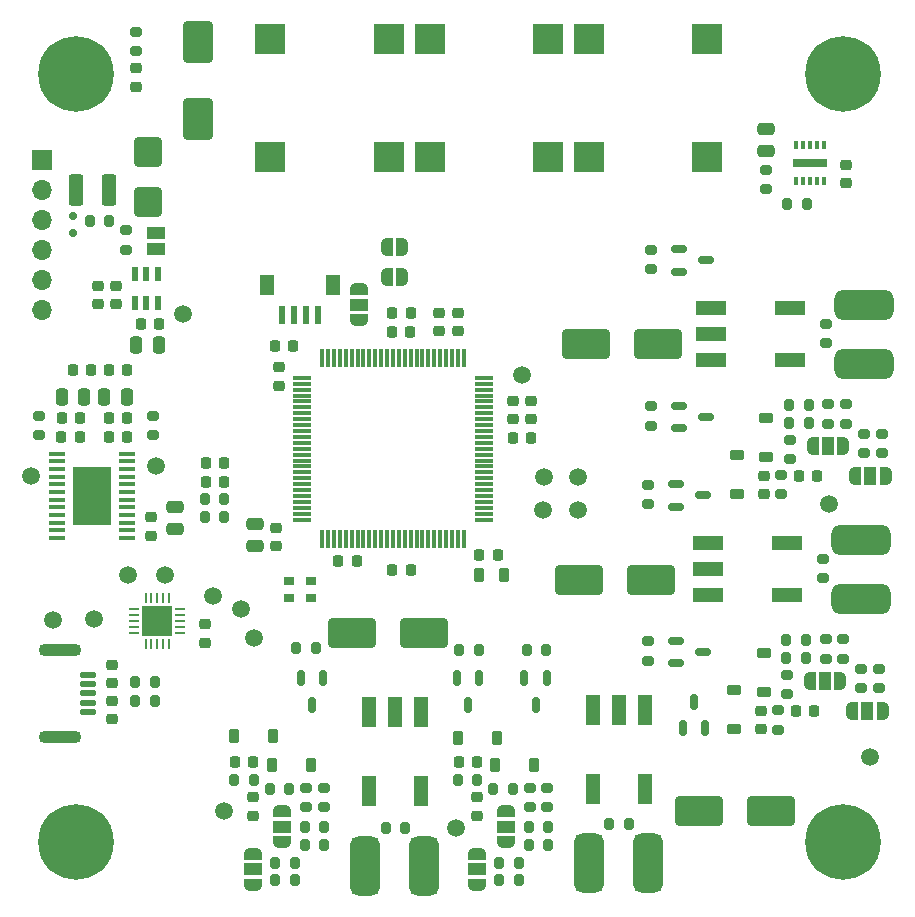
<source format=gbr>
%TF.GenerationSoftware,KiCad,Pcbnew,8.0.3*%
%TF.CreationDate,2024-09-23T16:56:09+02:00*%
%TF.ProjectId,USAN_r0,5553414e-5f72-4302-9e6b-696361645f70,rev?*%
%TF.SameCoordinates,Original*%
%TF.FileFunction,Soldermask,Top*%
%TF.FilePolarity,Negative*%
%FSLAX46Y46*%
G04 Gerber Fmt 4.6, Leading zero omitted, Abs format (unit mm)*
G04 Created by KiCad (PCBNEW 8.0.3) date 2024-09-23 16:56:09*
%MOMM*%
%LPD*%
G01*
G04 APERTURE LIST*
G04 Aperture macros list*
%AMRoundRect*
0 Rectangle with rounded corners*
0 $1 Rounding radius*
0 $2 $3 $4 $5 $6 $7 $8 $9 X,Y pos of 4 corners*
0 Add a 4 corners polygon primitive as box body*
4,1,4,$2,$3,$4,$5,$6,$7,$8,$9,$2,$3,0*
0 Add four circle primitives for the rounded corners*
1,1,$1+$1,$2,$3*
1,1,$1+$1,$4,$5*
1,1,$1+$1,$6,$7*
1,1,$1+$1,$8,$9*
0 Add four rect primitives between the rounded corners*
20,1,$1+$1,$2,$3,$4,$5,0*
20,1,$1+$1,$4,$5,$6,$7,0*
20,1,$1+$1,$6,$7,$8,$9,0*
20,1,$1+$1,$8,$9,$2,$3,0*%
%AMFreePoly0*
4,1,19,0.550000,-0.750000,0.000000,-0.750000,0.000000,-0.744911,-0.071157,-0.744911,-0.207708,-0.704816,-0.327430,-0.627875,-0.420627,-0.520320,-0.479746,-0.390866,-0.500000,-0.250000,-0.500000,0.250000,-0.479746,0.390866,-0.420627,0.520320,-0.327430,0.627875,-0.207708,0.704816,-0.071157,0.744911,0.000000,0.744911,0.000000,0.750000,0.550000,0.750000,0.550000,-0.750000,0.550000,-0.750000,
$1*%
%AMFreePoly1*
4,1,19,0.000000,0.744911,0.071157,0.744911,0.207708,0.704816,0.327430,0.627875,0.420627,0.520320,0.479746,0.390866,0.500000,0.250000,0.500000,-0.250000,0.479746,-0.390866,0.420627,-0.520320,0.327430,-0.627875,0.207708,-0.704816,0.071157,-0.744911,0.000000,-0.744911,0.000000,-0.750000,-0.550000,-0.750000,-0.550000,0.750000,0.000000,0.750000,0.000000,0.744911,0.000000,0.744911,
$1*%
%AMFreePoly2*
4,1,19,0.500000,-0.750000,0.000000,-0.750000,0.000000,-0.744911,-0.071157,-0.744911,-0.207708,-0.704816,-0.327430,-0.627875,-0.420627,-0.520320,-0.479746,-0.390866,-0.500000,-0.250000,-0.500000,0.250000,-0.479746,0.390866,-0.420627,0.520320,-0.327430,0.627875,-0.207708,0.704816,-0.071157,0.744911,0.000000,0.744911,0.000000,0.750000,0.500000,0.750000,0.500000,-0.750000,0.500000,-0.750000,
$1*%
%AMFreePoly3*
4,1,19,0.000000,0.744911,0.071157,0.744911,0.207708,0.704816,0.327430,0.627875,0.420627,0.520320,0.479746,0.390866,0.500000,0.250000,0.500000,-0.250000,0.479746,-0.390866,0.420627,-0.520320,0.327430,-0.627875,0.207708,-0.704816,0.071157,-0.744911,0.000000,-0.744911,0.000000,-0.750000,-0.500000,-0.750000,-0.500000,0.750000,0.000000,0.750000,0.000000,0.744911,0.000000,0.744911,
$1*%
G04 Aperture macros list end*
%ADD10R,2.500000X2.500000*%
%ADD11R,0.400000X0.700000*%
%ADD12R,3.000000X0.800000*%
%ADD13RoundRect,0.225000X0.225000X0.250000X-0.225000X0.250000X-0.225000X-0.250000X0.225000X-0.250000X0*%
%ADD14RoundRect,0.150000X0.200000X-0.150000X0.200000X0.150000X-0.200000X0.150000X-0.200000X-0.150000X0*%
%ADD15RoundRect,0.150000X-0.150000X0.512500X-0.150000X-0.512500X0.150000X-0.512500X0.150000X0.512500X0*%
%ADD16RoundRect,0.200000X0.275000X-0.200000X0.275000X0.200000X-0.275000X0.200000X-0.275000X-0.200000X0*%
%ADD17C,1.500000*%
%ADD18RoundRect,0.200000X-0.200000X-0.275000X0.200000X-0.275000X0.200000X0.275000X-0.200000X0.275000X0*%
%ADD19RoundRect,0.225000X-0.225000X-0.250000X0.225000X-0.250000X0.225000X0.250000X-0.225000X0.250000X0*%
%ADD20RoundRect,0.225000X-0.250000X0.225000X-0.250000X-0.225000X0.250000X-0.225000X0.250000X0.225000X0*%
%ADD21RoundRect,0.200000X-0.275000X0.200000X-0.275000X-0.200000X0.275000X-0.200000X0.275000X0.200000X0*%
%ADD22R,1.200000X2.500000*%
%ADD23RoundRect,0.218750X-0.256250X0.218750X-0.256250X-0.218750X0.256250X-0.218750X0.256250X0.218750X0*%
%ADD24RoundRect,0.250000X-0.475000X0.250000X-0.475000X-0.250000X0.475000X-0.250000X0.475000X0.250000X0*%
%ADD25RoundRect,0.225000X-0.225000X-0.375000X0.225000X-0.375000X0.225000X0.375000X-0.225000X0.375000X0*%
%ADD26RoundRect,0.625000X-1.875000X0.625000X-1.875000X-0.625000X1.875000X-0.625000X1.875000X0.625000X0*%
%ADD27R,2.500000X1.200000*%
%ADD28RoundRect,0.225000X0.250000X-0.225000X0.250000X0.225000X-0.250000X0.225000X-0.250000X-0.225000X0*%
%ADD29RoundRect,0.250000X1.750000X1.000000X-1.750000X1.000000X-1.750000X-1.000000X1.750000X-1.000000X0*%
%ADD30RoundRect,0.250000X-1.750000X-1.000000X1.750000X-1.000000X1.750000X1.000000X-1.750000X1.000000X0*%
%ADD31RoundRect,0.218750X-0.218750X-0.256250X0.218750X-0.256250X0.218750X0.256250X-0.218750X0.256250X0*%
%ADD32FreePoly0,90.000000*%
%ADD33R,1.500000X1.000000*%
%ADD34FreePoly1,90.000000*%
%ADD35RoundRect,0.150000X-0.512500X-0.150000X0.512500X-0.150000X0.512500X0.150000X-0.512500X0.150000X0*%
%ADD36RoundRect,0.200000X0.200000X0.275000X-0.200000X0.275000X-0.200000X-0.275000X0.200000X-0.275000X0*%
%ADD37RoundRect,0.225000X0.375000X-0.225000X0.375000X0.225000X-0.375000X0.225000X-0.375000X-0.225000X0*%
%ADD38RoundRect,0.218750X0.218750X0.381250X-0.218750X0.381250X-0.218750X-0.381250X0.218750X-0.381250X0*%
%ADD39FreePoly0,270.000000*%
%ADD40FreePoly1,270.000000*%
%ADD41C,0.800000*%
%ADD42C,6.400000*%
%ADD43RoundRect,0.125000X-0.575000X0.125000X-0.575000X-0.125000X0.575000X-0.125000X0.575000X0.125000X0*%
%ADD44O,3.600000X1.100000*%
%ADD45R,1.700000X1.700000*%
%ADD46O,1.700000X1.700000*%
%ADD47RoundRect,0.250000X-1.000000X1.500000X-1.000000X-1.500000X1.000000X-1.500000X1.000000X1.500000X0*%
%ADD48RoundRect,0.250000X0.250000X0.475000X-0.250000X0.475000X-0.250000X-0.475000X0.250000X-0.475000X0*%
%ADD49FreePoly0,180.000000*%
%ADD50R,1.000000X1.500000*%
%ADD51FreePoly1,180.000000*%
%ADD52R,0.600000X1.200000*%
%ADD53RoundRect,0.625000X0.625000X1.875000X-0.625000X1.875000X-0.625000X-1.875000X0.625000X-1.875000X0*%
%ADD54RoundRect,0.150000X0.150000X-0.512500X0.150000X0.512500X-0.150000X0.512500X-0.150000X-0.512500X0*%
%ADD55RoundRect,0.250000X-0.250000X-0.475000X0.250000X-0.475000X0.250000X0.475000X-0.250000X0.475000X0*%
%ADD56FreePoly0,0.000000*%
%ADD57FreePoly1,0.000000*%
%ADD58FreePoly2,0.000000*%
%ADD59FreePoly3,0.000000*%
%ADD60RoundRect,0.250000X0.475000X-0.250000X0.475000X0.250000X-0.475000X0.250000X-0.475000X-0.250000X0*%
%ADD61R,1.475000X0.450000*%
%ADD62R,3.250000X5.020000*%
%ADD63R,0.900000X0.800000*%
%ADD64R,0.600000X1.550000*%
%ADD65R,1.200000X1.800000*%
%ADD66RoundRect,0.062500X-0.350000X-0.062500X0.350000X-0.062500X0.350000X0.062500X-0.350000X0.062500X0*%
%ADD67RoundRect,0.062500X-0.062500X-0.350000X0.062500X-0.350000X0.062500X0.350000X-0.062500X0.350000X0*%
%ADD68RoundRect,0.250000X-0.900000X1.000000X-0.900000X-1.000000X0.900000X-1.000000X0.900000X1.000000X0*%
%ADD69RoundRect,0.075000X0.075000X-0.725000X0.075000X0.725000X-0.075000X0.725000X-0.075000X-0.725000X0*%
%ADD70RoundRect,0.075000X0.725000X-0.075000X0.725000X0.075000X-0.725000X0.075000X-0.725000X-0.075000X0*%
%ADD71RoundRect,0.250000X-0.375000X-1.075000X0.375000X-1.075000X0.375000X1.075000X-0.375000X1.075000X0*%
G04 APERTURE END LIST*
D10*
%TO.C,V3*%
X98500000Y-52000000D03*
X98500000Y-62000000D03*
X108500000Y-62000000D03*
X108500000Y-52000000D03*
%TD*%
D11*
%TO.C,V_ADJ1*%
X118400000Y-60975000D03*
X117800000Y-60975000D03*
X117200000Y-60975000D03*
X116600000Y-60975000D03*
X116000000Y-60975000D03*
X116000000Y-64025000D03*
X116600000Y-64025000D03*
X117200000Y-64025000D03*
X117800000Y-64025000D03*
X118400000Y-64025000D03*
D12*
X117200000Y-62500000D03*
%TD*%
D13*
%TO.C,C23*%
X62075000Y-76100000D03*
X60525000Y-76100000D03*
%TD*%
D14*
%TO.C,D21*%
X54800000Y-67000000D03*
X54800000Y-68400000D03*
%TD*%
D15*
%TO.C,Q11*%
X94900000Y-106112500D03*
X93000000Y-106112500D03*
X93950000Y-108387500D03*
%TD*%
D16*
%TO.C,R29*%
X114500000Y-110485000D03*
X114500000Y-108835000D03*
%TD*%
D17*
%TO.C,T_TX1*%
X59400000Y-97400000D03*
%TD*%
D18*
%TO.C,R58*%
X90375001Y-115500000D03*
X92025001Y-115500000D03*
%TD*%
D17*
%TO.C,T_PE8*%
X97500000Y-91900000D03*
%TD*%
D19*
%TO.C,C19*%
X53800000Y-85700000D03*
X55350000Y-85700000D03*
%TD*%
D20*
%TO.C,C80*%
X72200000Y-79800000D03*
X72200000Y-81350000D03*
%TD*%
D13*
%TO.C,C51*%
X83375000Y-97000000D03*
X81825000Y-97000000D03*
%TD*%
D21*
%TO.C,R62*%
X93450001Y-115425000D03*
X93450001Y-117075000D03*
%TD*%
%TO.C,R32*%
X118250000Y-96010001D03*
X118250000Y-97660001D03*
%TD*%
D16*
%TO.C,R17*%
X121750000Y-87075000D03*
X121750000Y-85425000D03*
%TD*%
D19*
%TO.C,C78*%
X87425001Y-113250000D03*
X88975001Y-113250000D03*
%TD*%
D13*
%TO.C,C84*%
X59375000Y-85700000D03*
X57825000Y-85700000D03*
%TD*%
%TO.C,C32*%
X73400000Y-78000000D03*
X71850000Y-78000000D03*
%TD*%
D16*
%TO.C,R66*%
X60100000Y-53050000D03*
X60100000Y-51400000D03*
%TD*%
D15*
%TO.C,Q7*%
X89200000Y-106112499D03*
X87300000Y-106112499D03*
X88250000Y-108387499D03*
%TD*%
D22*
%TO.C,T3*%
X84250001Y-109000000D03*
X82050001Y-109000000D03*
X79850001Y-109000000D03*
X79850001Y-115700000D03*
X84250001Y-115700000D03*
%TD*%
D19*
%TO.C,C31*%
X92025000Y-85800000D03*
X93575000Y-85800000D03*
%TD*%
D21*
%TO.C,R69*%
X59300000Y-68200000D03*
X59300000Y-69850000D03*
%TD*%
D23*
%TO.C,D20*%
X60100000Y-54500000D03*
X60100000Y-56075000D03*
%TD*%
D16*
%TO.C,R28*%
X123250000Y-87075000D03*
X123250000Y-85425000D03*
%TD*%
D24*
%TO.C,C44*%
X70200000Y-93050000D03*
X70200000Y-94950000D03*
%TD*%
D17*
%TO.C,T_DAC_B1*%
X61800000Y-88200000D03*
%TD*%
D25*
%TO.C,D14*%
X68450000Y-111000000D03*
X71750000Y-111000000D03*
%TD*%
D16*
%TO.C,R15*%
X118750000Y-84575000D03*
X118750000Y-82925000D03*
%TD*%
D19*
%TO.C,C83*%
X53825000Y-84100000D03*
X55375000Y-84100000D03*
%TD*%
D26*
%TO.C,LS2*%
X121500000Y-94410001D03*
X121500000Y-99410001D03*
%TD*%
D17*
%TO.C,T_PE7*%
X94600000Y-91900000D03*
%TD*%
D27*
%TO.C,T1*%
X108800000Y-74750000D03*
X108800000Y-76950000D03*
X108800000Y-79150000D03*
X115500000Y-79150000D03*
X115500000Y-74750000D03*
%TD*%
D28*
%TO.C,C29*%
X58062500Y-106575000D03*
X58062500Y-105025000D03*
%TD*%
%TO.C,C79*%
X56900000Y-74475000D03*
X56900000Y-72925000D03*
%TD*%
D18*
%TO.C,R33*%
X115175000Y-102910000D03*
X116825000Y-102910000D03*
%TD*%
D16*
%TO.C,R30*%
X115250000Y-107485000D03*
X115250000Y-105835000D03*
%TD*%
%TO.C,R42*%
X123000000Y-106985000D03*
X123000000Y-105335000D03*
%TD*%
D29*
%TO.C,C48*%
X104300000Y-77800000D03*
X98200000Y-77800000D03*
%TD*%
D18*
%TO.C,R37*%
X74425001Y-118750000D03*
X76075001Y-118750000D03*
%TD*%
D30*
%TO.C,C58*%
X78400000Y-102300000D03*
X84500000Y-102300000D03*
%TD*%
D16*
%TO.C,R16*%
X120250000Y-84575000D03*
X120250000Y-82925000D03*
%TD*%
D17*
%TO.C,T_PC1*%
X66600000Y-99200000D03*
%TD*%
D31*
%TO.C,D3*%
X66012500Y-89490000D03*
X67587500Y-89490000D03*
%TD*%
D28*
%TO.C,C63*%
X88950001Y-117775000D03*
X88950001Y-116225000D03*
%TD*%
D32*
%TO.C,JP3*%
X79000000Y-75800000D03*
D33*
X79000000Y-74500000D03*
D34*
X79000000Y-73200000D03*
%TD*%
D15*
%TO.C,Q8*%
X75950000Y-106112500D03*
X74050000Y-106112500D03*
X75000000Y-108387500D03*
%TD*%
D18*
%TO.C,R55*%
X90875001Y-121750000D03*
X92525001Y-121750000D03*
%TD*%
D21*
%TO.C,R48*%
X74500001Y-115425000D03*
X74500001Y-117075000D03*
%TD*%
D16*
%TO.C,R2*%
X113500000Y-64750000D03*
X113500000Y-63100000D03*
%TD*%
D17*
%TO.C,T_GND2*%
X56600000Y-101150000D03*
%TD*%
%TO.C,T_PC3*%
X70100000Y-102700000D03*
%TD*%
D35*
%TO.C,Q5*%
X105862500Y-102960001D03*
X105862500Y-104860001D03*
X108137500Y-103910001D03*
%TD*%
D18*
%TO.C,R40*%
X73675000Y-103600000D03*
X75325000Y-103600000D03*
%TD*%
D17*
%TO.C,T_V_MCU1*%
X92800000Y-80500000D03*
%TD*%
D31*
%TO.C,D2*%
X66012500Y-87900000D03*
X67587500Y-87900000D03*
%TD*%
D18*
%TO.C,R1*%
X115250000Y-66000000D03*
X116900000Y-66000000D03*
%TD*%
D28*
%TO.C,C37*%
X85800000Y-76775000D03*
X85800000Y-75225000D03*
%TD*%
D17*
%TO.C,T_V_ref1*%
X64100000Y-75300000D03*
%TD*%
D19*
%TO.C,C43*%
X81825000Y-75200000D03*
X83375000Y-75200000D03*
%TD*%
D20*
%TO.C,C36*%
X92000000Y-82625000D03*
X92000000Y-84175000D03*
%TD*%
D36*
%TO.C,R46*%
X82925000Y-118800000D03*
X81275000Y-118800000D03*
%TD*%
D16*
%TO.C,R20*%
X114750000Y-90575000D03*
X114750000Y-88925000D03*
%TD*%
%TO.C,R21*%
X103500000Y-91410001D03*
X103500000Y-89760001D03*
%TD*%
D19*
%TO.C,C25*%
X54800000Y-80000000D03*
X56350000Y-80000000D03*
%TD*%
%TO.C,C77*%
X68475001Y-113250000D03*
X70025001Y-113250000D03*
%TD*%
D13*
%TO.C,C55*%
X117525000Y-108910000D03*
X115975000Y-108910000D03*
%TD*%
D37*
%TO.C,D7*%
X113500000Y-87400000D03*
X113500000Y-84100000D03*
%TD*%
D18*
%TO.C,R51*%
X93375001Y-118750000D03*
X95025001Y-118750000D03*
%TD*%
D16*
%TO.C,R23*%
X118500000Y-104485000D03*
X118500000Y-102835000D03*
%TD*%
%TO.C,R26*%
X103500001Y-104660001D03*
X103500001Y-103010001D03*
%TD*%
D38*
%TO.C,FB1*%
X91300000Y-97400000D03*
X89175000Y-97400000D03*
%TD*%
D39*
%TO.C,JP9*%
X70000001Y-121000000D03*
D33*
X70000001Y-122300000D03*
D40*
X70000001Y-123600000D03*
%TD*%
D28*
%TO.C,C15*%
X58400000Y-74475000D03*
X58400000Y-72925000D03*
%TD*%
D10*
%TO.C,V12*%
X71500000Y-52000000D03*
X71500000Y-62000000D03*
X81500000Y-62000000D03*
X81500000Y-52000000D03*
%TD*%
D41*
%TO.C,H3*%
X120000000Y-117600000D03*
X121697056Y-118302944D03*
X118302944Y-118302944D03*
X122400000Y-120000000D03*
D42*
X120000000Y-120000000D03*
D41*
X117600000Y-120000000D03*
X121697056Y-121697056D03*
X118302944Y-121697056D03*
X120000000Y-122400000D03*
%TD*%
D26*
%TO.C,LS1*%
X121750000Y-74500000D03*
X121750000Y-79500000D03*
%TD*%
D18*
%TO.C,R38*%
X74425001Y-120250000D03*
X76075001Y-120250000D03*
%TD*%
D41*
%TO.C,H4*%
X117600000Y-55000000D03*
X118302944Y-53302944D03*
X118302944Y-56697056D03*
X120000000Y-52600000D03*
D42*
X120000000Y-55000000D03*
D41*
X120000000Y-57400000D03*
X121697056Y-53302944D03*
X121697056Y-56697056D03*
X122400000Y-55000000D03*
%TD*%
D43*
%TO.C,J1*%
X56062500Y-105825000D03*
X56062500Y-106625000D03*
X56062500Y-107425000D03*
X56062500Y-108225000D03*
X56062500Y-109025000D03*
D44*
X53662500Y-103775000D03*
X53662500Y-111075000D03*
%TD*%
D45*
%TO.C,IN1*%
X52200000Y-62220000D03*
D46*
X52200000Y-64760000D03*
X52200000Y-67300000D03*
X52200000Y-69840000D03*
X52200000Y-72380000D03*
X52200000Y-74920000D03*
%TD*%
D25*
%TO.C,D19*%
X90550001Y-113500000D03*
X93850001Y-113500000D03*
%TD*%
D18*
%TO.C,R68*%
X56200000Y-67400000D03*
X57850000Y-67400000D03*
%TD*%
D16*
%TO.C,R9*%
X103750000Y-84750000D03*
X103750000Y-83100000D03*
%TD*%
D47*
%TO.C,C14*%
X65400000Y-52300000D03*
X65400000Y-58800000D03*
%TD*%
D33*
%TO.C,DAC_UP1*%
X61800000Y-68450000D03*
X61800000Y-69750000D03*
%TD*%
D10*
%TO.C,V5*%
X85000000Y-52000000D03*
X85000000Y-62000000D03*
X95000000Y-62000000D03*
X95000000Y-52000000D03*
%TD*%
D21*
%TO.C,R71*%
X51900000Y-83900000D03*
X51900000Y-85550000D03*
%TD*%
D35*
%TO.C,Q2*%
X106112500Y-83050000D03*
X106112500Y-84950000D03*
X108387500Y-84000000D03*
%TD*%
D48*
%TO.C,C16*%
X62050000Y-77900000D03*
X60150000Y-77900000D03*
%TD*%
D17*
%TO.C,T_RX1*%
X62600000Y-97400000D03*
%TD*%
D41*
%TO.C,H2*%
X52600000Y-120000000D03*
X53302944Y-118302944D03*
X53302944Y-121697056D03*
X55000000Y-117600000D03*
D42*
X55000000Y-120000000D03*
D41*
X55000000Y-122400000D03*
X56697056Y-118302944D03*
X56697056Y-121697056D03*
X57400000Y-120000000D03*
%TD*%
%TO.C,H1*%
X52600000Y-55000000D03*
X53302944Y-53302944D03*
X53302944Y-56697056D03*
X55000000Y-52600000D03*
D42*
X55000000Y-55000000D03*
D41*
X55000000Y-57400000D03*
X56697056Y-53302944D03*
X56697056Y-56697056D03*
X57400000Y-55000000D03*
%TD*%
D17*
%TO.C,T_Analog3*%
X67600000Y-117400000D03*
%TD*%
D49*
%TO.C,JP4*%
X120000000Y-86500000D03*
D50*
X118700000Y-86500000D03*
D51*
X117400000Y-86500000D03*
%TD*%
D18*
%TO.C,R41*%
X71925001Y-121750000D03*
X73575001Y-121750000D03*
%TD*%
D19*
%TO.C,C34*%
X77250000Y-96200000D03*
X78800000Y-96200000D03*
%TD*%
D52*
%TO.C,IC4*%
X61950000Y-71900000D03*
X61000000Y-71900000D03*
X60050000Y-71900000D03*
X60050000Y-74400000D03*
X61000000Y-74400000D03*
X61950000Y-74400000D03*
%TD*%
D25*
%TO.C,D15*%
X71600001Y-113500000D03*
X74900001Y-113500000D03*
%TD*%
D32*
%TO.C,JP10*%
X91450001Y-120000000D03*
D33*
X91450001Y-118700000D03*
D34*
X91450001Y-117400000D03*
%TD*%
D28*
%TO.C,C75*%
X113250000Y-90525000D03*
X113250000Y-88975000D03*
%TD*%
D18*
%TO.C,R11*%
X115425000Y-83000000D03*
X117075000Y-83000000D03*
%TD*%
%TO.C,R8*%
X65950000Y-91000000D03*
X67600000Y-91000000D03*
%TD*%
%TO.C,R5*%
X60062500Y-108025000D03*
X61712500Y-108025000D03*
%TD*%
D17*
%TO.C,T_Analog4*%
X87200000Y-118800000D03*
%TD*%
D28*
%TO.C,C68*%
X120200000Y-64200000D03*
X120200000Y-62650000D03*
%TD*%
D22*
%TO.C,T4*%
X103200001Y-108800000D03*
X101000001Y-108800000D03*
X98800001Y-108800000D03*
X98800001Y-115500000D03*
X103200001Y-115500000D03*
%TD*%
D18*
%TO.C,R35*%
X87500000Y-103750000D03*
X89150000Y-103750000D03*
%TD*%
D28*
%TO.C,C21*%
X61400000Y-94050000D03*
X61400000Y-92500000D03*
%TD*%
D18*
%TO.C,R7*%
X65950000Y-92500000D03*
X67600000Y-92500000D03*
%TD*%
D53*
%TO.C,LS4*%
X103450000Y-121750000D03*
X98450000Y-121750000D03*
%TD*%
D37*
%TO.C,D10*%
X110750000Y-110460001D03*
X110750000Y-107160001D03*
%TD*%
D39*
%TO.C,JP11*%
X88950001Y-121000000D03*
D33*
X88950001Y-122300000D03*
D40*
X88950001Y-123600000D03*
%TD*%
D17*
%TO.C,T_VBUS1*%
X53050000Y-101200000D03*
%TD*%
D18*
%TO.C,R43*%
X68425001Y-114750000D03*
X70075001Y-114750000D03*
%TD*%
D17*
%TO.C,T_PE9*%
X94700000Y-89100000D03*
%TD*%
D16*
%TO.C,R19*%
X115500000Y-87575000D03*
X115500000Y-85925000D03*
%TD*%
D54*
%TO.C,Q10*%
X106400000Y-110387500D03*
X108300000Y-110387500D03*
X107350000Y-108112500D03*
%TD*%
D55*
%TO.C,C20*%
X53850000Y-82300000D03*
X55750000Y-82300000D03*
%TD*%
D53*
%TO.C,LS3*%
X84500000Y-122000000D03*
X79500000Y-122000000D03*
%TD*%
D13*
%TO.C,C24*%
X59375000Y-80000000D03*
X57825000Y-80000000D03*
%TD*%
D18*
%TO.C,R52*%
X93375001Y-120250000D03*
X95025001Y-120250000D03*
%TD*%
D17*
%TO.C,T_TR_A1*%
X118800000Y-91400000D03*
%TD*%
D20*
%TO.C,C41*%
X72000000Y-93420000D03*
X72000000Y-94970000D03*
%TD*%
D56*
%TO.C,JP7*%
X120750000Y-108910000D03*
D50*
X122050000Y-108910000D03*
D57*
X123350000Y-108910000D03*
%TD*%
D25*
%TO.C,D18*%
X87400000Y-111200000D03*
X90700000Y-111200000D03*
%TD*%
D28*
%TO.C,C39*%
X87400000Y-76775000D03*
X87400000Y-75225000D03*
%TD*%
D18*
%TO.C,R56*%
X71925001Y-123250000D03*
X73575001Y-123250000D03*
%TD*%
D58*
%TO.C,JP1*%
X81350000Y-72200000D03*
D59*
X82650000Y-72200000D03*
%TD*%
D16*
%TO.C,R4*%
X103750000Y-71500000D03*
X103750000Y-69850000D03*
%TD*%
D49*
%TO.C,JP6*%
X119750000Y-106410000D03*
D50*
X118450000Y-106410000D03*
D51*
X117150000Y-106410000D03*
%TD*%
D60*
%TO.C,C28*%
X113500000Y-61500000D03*
X113500000Y-59600000D03*
%TD*%
D18*
%TO.C,R67*%
X90875001Y-123250000D03*
X92525001Y-123250000D03*
%TD*%
D17*
%TO.C,T_PE10*%
X97500000Y-89100000D03*
%TD*%
%TO.C,T_DAC_A1*%
X51200000Y-89000000D03*
%TD*%
D61*
%TO.C,IC3*%
X53462000Y-87125000D03*
X53462000Y-87775000D03*
X53462000Y-88425000D03*
X53462000Y-89075000D03*
X53462000Y-89725000D03*
X53462000Y-90375000D03*
X53462000Y-91025000D03*
X53462000Y-91675000D03*
X53462000Y-92325000D03*
X53462000Y-92975000D03*
X53462000Y-93625000D03*
X53462000Y-94275000D03*
X59338000Y-94275000D03*
X59338000Y-93625000D03*
X59338000Y-92975000D03*
X59338000Y-92325000D03*
X59338000Y-91675000D03*
X59338000Y-91025000D03*
X59338000Y-90375000D03*
X59338000Y-89725000D03*
X59338000Y-89075000D03*
X59338000Y-88425000D03*
X59338000Y-87775000D03*
X59338000Y-87125000D03*
D62*
X56400000Y-90700000D03*
%TD*%
D35*
%TO.C,Q4*%
X105862499Y-89710001D03*
X105862499Y-91610001D03*
X108137499Y-90660001D03*
%TD*%
D18*
%TO.C,R44*%
X71425001Y-115500000D03*
X73075001Y-115500000D03*
%TD*%
D21*
%TO.C,R61*%
X94950001Y-115425000D03*
X94950001Y-117075000D03*
%TD*%
D63*
%TO.C,Y1*%
X73100000Y-99350000D03*
X74950000Y-99350000D03*
X74950000Y-97900000D03*
X73100000Y-97900000D03*
%TD*%
D19*
%TO.C,C40*%
X81800000Y-76800000D03*
X83350000Y-76800000D03*
%TD*%
D32*
%TO.C,JP8*%
X72500001Y-120000000D03*
D33*
X72500001Y-118700000D03*
D34*
X72500001Y-117400000D03*
%TD*%
D18*
%TO.C,R13*%
X115425000Y-84500000D03*
X117075000Y-84500000D03*
%TD*%
D64*
%TO.C,J3*%
X72500000Y-75399000D03*
X73500000Y-75399000D03*
X74500000Y-75399000D03*
X75500000Y-75399000D03*
D65*
X76800000Y-72874000D03*
X71200000Y-72874000D03*
%TD*%
D28*
%TO.C,C59*%
X70000001Y-117775000D03*
X70000001Y-116225000D03*
%TD*%
%TO.C,C26*%
X65962500Y-103125000D03*
X65962500Y-101575000D03*
%TD*%
D66*
%TO.C,U1*%
X59987500Y-100275000D03*
X59987500Y-100775000D03*
X59987500Y-101275000D03*
X59987500Y-101775000D03*
X59987500Y-102275000D03*
D67*
X60925000Y-103212500D03*
X61425000Y-103212500D03*
X61925000Y-103212500D03*
X62425000Y-103212500D03*
X62925000Y-103212500D03*
D66*
X63862500Y-102275000D03*
X63862500Y-101775000D03*
X63862500Y-101275000D03*
X63862500Y-100775000D03*
X63862500Y-100275000D03*
D67*
X62925000Y-99337500D03*
X62425000Y-99337500D03*
X61925000Y-99337500D03*
X61425000Y-99337500D03*
X60925000Y-99337500D03*
D10*
X61925000Y-101275000D03*
%TD*%
D36*
%TO.C,R60*%
X101850000Y-118500000D03*
X100200000Y-118500000D03*
%TD*%
D18*
%TO.C,R34*%
X115175000Y-104410000D03*
X116825000Y-104410000D03*
%TD*%
D37*
%TO.C,D11*%
X113250000Y-107310000D03*
X113250000Y-104010000D03*
%TD*%
D27*
%TO.C,T2*%
X108550000Y-94660000D03*
X108550000Y-96860000D03*
X108550000Y-99060000D03*
X115250000Y-99060000D03*
X115250000Y-94660000D03*
%TD*%
D21*
%TO.C,R70*%
X61600000Y-83900000D03*
X61600000Y-85550000D03*
%TD*%
D16*
%TO.C,R27*%
X121500000Y-106985000D03*
X121500000Y-105335000D03*
%TD*%
D58*
%TO.C,JP2*%
X81350000Y-69600000D03*
D59*
X82650000Y-69600000D03*
%TD*%
D20*
%TO.C,C38*%
X93600000Y-82625000D03*
X93600000Y-84175000D03*
%TD*%
D21*
%TO.C,R47*%
X76000001Y-115425000D03*
X76000001Y-117075000D03*
%TD*%
D68*
%TO.C,D1*%
X61100000Y-61550000D03*
X61100000Y-65850000D03*
%TD*%
D19*
%TO.C,C35*%
X89200000Y-95700000D03*
X90750000Y-95700000D03*
%TD*%
D13*
%TO.C,C18*%
X59375000Y-84100000D03*
X57825000Y-84100000D03*
%TD*%
D17*
%TO.C,T_Analog2*%
X122300000Y-112800000D03*
%TD*%
D20*
%TO.C,C30*%
X58062500Y-108025000D03*
X58062500Y-109575000D03*
%TD*%
D48*
%TO.C,C17*%
X59350000Y-82300000D03*
X57450000Y-82300000D03*
%TD*%
D69*
%TO.C,U2*%
X75875000Y-94375000D03*
X76375000Y-94375000D03*
X76875000Y-94375000D03*
X77375000Y-94375000D03*
X77875000Y-94375000D03*
X78375000Y-94375000D03*
X78875000Y-94375000D03*
X79375000Y-94375000D03*
X79875000Y-94375000D03*
X80375000Y-94375000D03*
X80875000Y-94375000D03*
X81375000Y-94375000D03*
X81875000Y-94375000D03*
X82375000Y-94375000D03*
X82875000Y-94375000D03*
X83375000Y-94375000D03*
X83875000Y-94375000D03*
X84375000Y-94375000D03*
X84875000Y-94375000D03*
X85375000Y-94375000D03*
X85875000Y-94375000D03*
X86375000Y-94375000D03*
X86875000Y-94375000D03*
X87375000Y-94375000D03*
X87875000Y-94375000D03*
D70*
X89550000Y-92700000D03*
X89550000Y-92200000D03*
X89550000Y-91700000D03*
X89550000Y-91200000D03*
X89550000Y-90700000D03*
X89550000Y-90200000D03*
X89550000Y-89700000D03*
X89550000Y-89200000D03*
X89550000Y-88700000D03*
X89550000Y-88200000D03*
X89550000Y-87700000D03*
X89550000Y-87200000D03*
X89550000Y-86700000D03*
X89550000Y-86200000D03*
X89550000Y-85700000D03*
X89550000Y-85200000D03*
X89550000Y-84700000D03*
X89550000Y-84200000D03*
X89550000Y-83700000D03*
X89550000Y-83200000D03*
X89550000Y-82700000D03*
X89550000Y-82200000D03*
X89550000Y-81700000D03*
X89550000Y-81200000D03*
X89550000Y-80700000D03*
D69*
X87875000Y-79025000D03*
X87375000Y-79025000D03*
X86875000Y-79025000D03*
X86375000Y-79025000D03*
X85875000Y-79025000D03*
X85375000Y-79025000D03*
X84875000Y-79025000D03*
X84375000Y-79025000D03*
X83875000Y-79025000D03*
X83375000Y-79025000D03*
X82875000Y-79025000D03*
X82375000Y-79025000D03*
X81875000Y-79025000D03*
X81375000Y-79025000D03*
X80875000Y-79025000D03*
X80375000Y-79025000D03*
X79875000Y-79025000D03*
X79375000Y-79025000D03*
X78875000Y-79025000D03*
X78375000Y-79025000D03*
X77875000Y-79025000D03*
X77375000Y-79025000D03*
X76875000Y-79025000D03*
X76375000Y-79025000D03*
X75875000Y-79025000D03*
D70*
X74200000Y-80700000D03*
X74200000Y-81200000D03*
X74200000Y-81700000D03*
X74200000Y-82200000D03*
X74200000Y-82700000D03*
X74200000Y-83200000D03*
X74200000Y-83700000D03*
X74200000Y-84200000D03*
X74200000Y-84700000D03*
X74200000Y-85200000D03*
X74200000Y-85700000D03*
X74200000Y-86200000D03*
X74200000Y-86700000D03*
X74200000Y-87200000D03*
X74200000Y-87700000D03*
X74200000Y-88200000D03*
X74200000Y-88700000D03*
X74200000Y-89200000D03*
X74200000Y-89700000D03*
X74200000Y-90200000D03*
X74200000Y-90700000D03*
X74200000Y-91200000D03*
X74200000Y-91700000D03*
X74200000Y-92200000D03*
X74200000Y-92700000D03*
%TD*%
D18*
%TO.C,R6*%
X60062500Y-106475000D03*
X61712500Y-106475000D03*
%TD*%
D37*
%TO.C,D6*%
X111000000Y-90550000D03*
X111000000Y-87250000D03*
%TD*%
D18*
%TO.C,R57*%
X87375001Y-114750000D03*
X89025001Y-114750000D03*
%TD*%
D21*
%TO.C,R10*%
X118500000Y-76100000D03*
X118500000Y-77750000D03*
%TD*%
D56*
%TO.C,JP5*%
X121000000Y-89000000D03*
D50*
X122300000Y-89000000D03*
D57*
X123600000Y-89000000D03*
%TD*%
D17*
%TO.C,T_PC2*%
X69000000Y-100300000D03*
%TD*%
D30*
%TO.C,C62*%
X107800000Y-117400000D03*
X113900000Y-117400000D03*
%TD*%
D29*
%TO.C,C54*%
X103750000Y-97800000D03*
X97650000Y-97800000D03*
%TD*%
D18*
%TO.C,R54*%
X93200000Y-103750001D03*
X94850000Y-103750001D03*
%TD*%
D16*
%TO.C,R24*%
X120000000Y-104485000D03*
X120000000Y-102835000D03*
%TD*%
D71*
%TO.C,F1*%
X55000000Y-64800000D03*
X57800000Y-64800000D03*
%TD*%
D60*
%TO.C,C22*%
X63400000Y-93500000D03*
X63400000Y-91600000D03*
%TD*%
D28*
%TO.C,C76*%
X113000000Y-110435000D03*
X113000000Y-108885000D03*
%TD*%
D13*
%TO.C,C50*%
X117775000Y-89000000D03*
X116225000Y-89000000D03*
%TD*%
D35*
%TO.C,Q1*%
X106112500Y-69800000D03*
X106112500Y-71700000D03*
X108387500Y-70750000D03*
%TD*%
M02*

</source>
